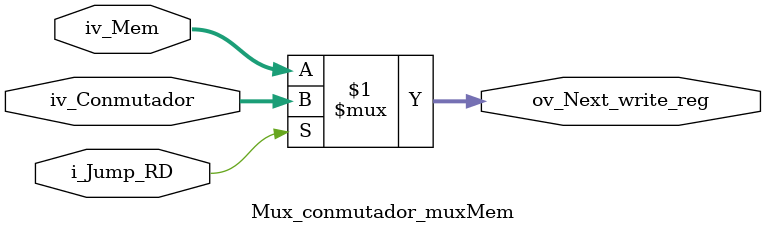
<source format=v>
module Mux_conmutador_muxMem(
	input [31:0] iv_Conmutador,
	input [31:0] iv_Mem,
	input i_Jump_RD,
	output [31:0] ov_Next_write_reg
);

assign ov_Next_write_reg = i_Jump_RD? iv_Conmutador:iv_Mem;

endmodule 
</source>
